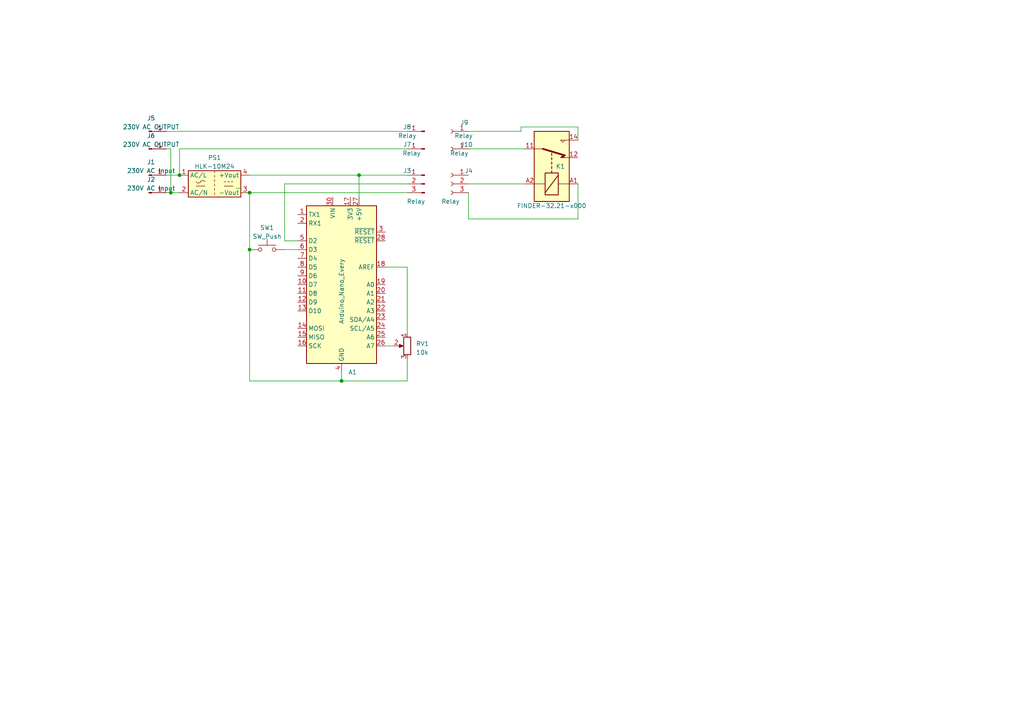
<source format=kicad_sch>
(kicad_sch (version 20230121) (generator eeschema)
  (paper "A4")
  (lib_symbols
    (symbol "Connector:Conn_01x01_Pin" (pin_names (offset 1.016) hide)
      (property "Reference" "J" (at 0 2.54 0))
      (property "Value" "Conn_01x01_Pin" (at 0 -2.54 0))
      (symbol "Conn_01x01_Pin_1_1"
        (polyline (pts (xy 1.27 0) (xy 0.8636 0)) (stroke (width 0.1524)))
        (rectangle (start 0.8636 0.127) (end 0 -0.127) (stroke (width 0.1524)) (fill (type outline)))
        (pin passive line (at 5.08 0 180) (length 3.81) (name "Pin_1") (number "1"))
      )
    )
    (symbol "Connector:Conn_01x01_Socket" (pin_names (offset 1.016) hide)
      (property "Reference" "J" (at 0 2.54 0))
      (property "Value" "Conn_01x01_Socket" (at 0 -2.54 0))
      (symbol "Conn_01x01_Socket_1_1"
        (polyline (pts (xy -1.27 0) (xy -0.508 0)) (stroke (width 0.1524)))
        (arc (start 0 0.508) (mid -0.5058 0) (end 0 -0.508) (stroke (width 0.1524)))
        (pin passive line (at -5.08 0 0) (length 3.81) (name "Pin_1") (number "1"))
      )
    )
    (symbol "Connector:Conn_01x03_Pin" (pin_names (offset 1.016) hide)
      (property "Reference" "J" (at 0 5.08 0))
      (property "Value" "Conn_01x03_Pin" (at 0 -5.08 0))
      (symbol "Conn_01x03_Pin_1_1"
        (polyline (pts (xy 1.27 -2.54) (xy 0.8636 -2.54)) (stroke (width 0.1524)))
        (polyline (pts (xy 1.27 0) (xy 0.8636 0)) (stroke (width 0.1524)))
        (polyline (pts (xy 1.27 2.54) (xy 0.8636 2.54)) (stroke (width 0.1524)))
        (rectangle (start 0.8636 -2.413) (end 0 -2.667) (stroke (width 0.1524)) (fill (type outline)))
        (rectangle (start 0.8636 0.127) (end 0 -0.127) (stroke (width 0.1524)) (fill (type outline)))
        (rectangle (start 0.8636 2.667) (end 0 2.413) (stroke (width 0.1524)) (fill (type outline)))
        (pin passive line (at 5.08 2.54 180) (length 3.81) (name "Pin_1") (number "1"))
        (pin passive line (at 5.08 0 180) (length 3.81) (name "Pin_2") (number "2"))
        (pin passive line (at 5.08 -2.54 180) (length 3.81) (name "Pin_3") (number "3"))
      )
    )
    (symbol "Connector:Conn_01x03_Socket" (pin_names (offset 1.016) hide)
      (property "Reference" "J" (at 0 5.08 0))
      (property "Value" "Conn_01x03_Socket" (at 0 -5.08 0))
      (symbol "Conn_01x03_Socket_1_1"
        (arc (start 0 -2.032) (mid -0.5058 -2.54) (end 0 -3.048) (stroke (width 0.1524)))
        (polyline (pts (xy -1.27 -2.54) (xy -0.508 -2.54)) (stroke (width 0.1524)))
        (polyline (pts (xy -1.27 0) (xy -0.508 0)) (stroke (width 0.1524)))
        (polyline (pts (xy -1.27 2.54) (xy -0.508 2.54)) (stroke (width 0.1524)))
        (arc (start 0 0.508) (mid -0.5058 0) (end 0 -0.508) (stroke (width 0.1524)))
        (arc (start 0 3.048) (mid -0.5058 2.54) (end 0 2.032) (stroke (width 0.1524)))
        (pin passive line (at -5.08 2.54 0) (length 3.81) (name "Pin_1") (number "1"))
        (pin passive line (at -5.08 0 0) (length 3.81) (name "Pin_2") (number "2"))
        (pin passive line (at -5.08 -2.54 0) (length 3.81) (name "Pin_3") (number "3"))
      )
    )
    (symbol "Converter_ACDC:HLK-10M24"
      (property "Reference" "PS" (at 0 5.08 0))
      (property "Value" "HLK-10M24" (at 0 -5.08 0))
      (symbol "HLK-10M24_0_1"
        (rectangle (start -7.62 3.81) (end 7.62 -3.81) (stroke (width 0.254)) (fill (type background)))
        (arc (start -5.334 0.635) (mid -4.699 0.2495) (end -4.064 0.635))
        (arc (start -2.794 0.635) (mid -3.429 1.0072) (end -4.064 0.635))
        (polyline (pts (xy -5.334 -0.635) (xy -2.794 -0.635)))
        (polyline (pts (xy 0 -2.54) (xy 0 -3.175)))
        (polyline (pts (xy 0 -1.27) (xy 0 -1.905)))
        (polyline (pts (xy 0 0) (xy 0 -0.635)))
        (polyline (pts (xy 0 1.27) (xy 0 0.635)))
        (polyline (pts (xy 0 2.54) (xy 0 1.905)))
        (polyline (pts (xy 0 3.81) (xy 0 3.175)))
        (polyline (pts (xy 2.794 -0.635) (xy 5.334 -0.635)))
        (polyline (pts (xy 2.794 0.635) (xy 3.302 0.635)))
        (polyline (pts (xy 3.81 0.635) (xy 4.318 0.635)))
        (polyline (pts (xy 4.826 0.635) (xy 5.334 0.635)))
      )
      (symbol "HLK-10M24_1_1"
        (pin power_in line (at -10.16 2.54 0) (length 2.54) (name "AC/L") (number "1"))
        (pin power_in line (at -10.16 -2.54 0) (length 2.54) (name "AC/N") (number "2"))
        (pin power_out line (at 10.16 -2.54 180) (length 2.54) (name "-Vout") (number "3"))
        (pin power_out line (at 10.16 2.54 180) (length 2.54) (name "+Vout") (number "4"))
      )
    )
    (symbol "Device:R_Potentiometer" (pin_names (offset 1.016) hide)
      (property "Reference" "RV" (at -4.445 0 90))
      (property "Value" "R_Potentiometer" (at -2.54 0 90))
      (symbol "R_Potentiometer_0_1"
        (polyline (pts (xy 2.54 0) (xy 1.524 0)))
        (polyline (pts (xy 1.143 0) (xy 2.286 0.508) (xy 2.286 -0.508) (xy 1.143 0)) (fill (type outline)))
        (rectangle (start 1.016 2.54) (end -1.016 -2.54) (stroke (width 0.254)))
      )
      (symbol "R_Potentiometer_1_1"
        (pin passive line (at 0 3.81 270) (length 1.27) (name "1") (number "1"))
        (pin passive line (at 3.81 0 180) (length 1.27) (name "2") (number "2"))
        (pin passive line (at 0 -3.81 90) (length 1.27) (name "3") (number "3"))
      )
    )
    (symbol "MCU_Module:Arduino_Nano_Every"
      (property "Reference" "A" (at -10.16 23.495 0))
      (property "Value" "Arduino_Nano_Every" (at 5.08 -24.13 0))
      (symbol "Arduino_Nano_Every_0_1"
        (rectangle (start -10.16 22.86) (end 10.16 -22.86) (stroke (width 0.254)) (fill (type background)))
      )
      (symbol "Arduino_Nano_Every_1_1"
        (pin bidirectional line (at -12.7 20.32 0) (length 2.54) (name "TX1") (number "1"))
        (pin bidirectional line (at -12.7 0 0) (length 2.54) (name "D7") (number "10"))
        (pin bidirectional line (at -12.7 -2.54 0) (length 2.54) (name "D8") (number "11"))
        (pin bidirectional line (at -12.7 -5.08 0) (length 2.54) (name "D9") (number "12"))
        (pin bidirectional line (at -12.7 -7.62 0) (length 2.54) (name "D10") (number "13"))
        (pin bidirectional line (at -12.7 -12.7 0) (length 2.54) (name "MOSI") (number "14"))
        (pin bidirectional line (at -12.7 -15.24 0) (length 2.54) (name "MISO") (number "15"))
        (pin bidirectional line (at -12.7 -17.78 0) (length 2.54) (name "SCK") (number "16"))
        (pin power_out line (at 2.54 25.4 270) (length 2.54) (name "3V3") (number "17"))
        (pin input line (at 12.7 5.08 180) (length 2.54) (name "AREF") (number "18"))
        (pin bidirectional line (at 12.7 0 180) (length 2.54) (name "A0") (number "19"))
        (pin bidirectional line (at -12.7 17.78 0) (length 2.54) (name "RX1") (number "2"))
        (pin bidirectional line (at 12.7 -2.54 180) (length 2.54) (name "A1") (number "20"))
        (pin bidirectional line (at 12.7 -5.08 180) (length 2.54) (name "A2") (number "21"))
        (pin bidirectional line (at 12.7 -7.62 180) (length 2.54) (name "A3") (number "22"))
        (pin bidirectional line (at 12.7 -10.16 180) (length 2.54) (name "SDA/A4") (number "23"))
        (pin bidirectional line (at 12.7 -12.7 180) (length 2.54) (name "SCL/A5") (number "24"))
        (pin bidirectional line (at 12.7 -15.24 180) (length 2.54) (name "A6") (number "25"))
        (pin bidirectional line (at 12.7 -17.78 180) (length 2.54) (name "A7") (number "26"))
        (pin power_out line (at 5.08 25.4 270) (length 2.54) (name "+5V") (number "27"))
        (pin input line (at 12.7 12.7 180) (length 2.54) (name "~{RESET}") (number "28"))
        (pin passive line (at 0 -25.4 90) (length 2.54) hide (name "GND") (number "29"))
        (pin input line (at 12.7 15.24 180) (length 2.54) (name "~{RESET}") (number "3"))
        (pin power_in line (at -2.54 25.4 270) (length 2.54) (name "VIN") (number "30"))
        (pin power_in line (at 0 -25.4 90) (length 2.54) (name "GND") (number "4"))
        (pin bidirectional line (at -12.7 12.7 0) (length 2.54) (name "D2") (number "5"))
        (pin bidirectional line (at -12.7 10.16 0) (length 2.54) (name "D3") (number "6"))
        (pin bidirectional line (at -12.7 7.62 0) (length 2.54) (name "D4") (number "7"))
        (pin bidirectional line (at -12.7 5.08 0) (length 2.54) (name "D5") (number "8"))
        (pin bidirectional line (at -12.7 2.54 0) (length 2.54) (name "D6") (number "9"))
      )
    )
    (symbol "Relay:FINDER-32.21-x000"
      (property "Reference" "K" (at 11.43 3.81 0))
      (property "Value" "FINDER-32.21-x000" (at 11.43 1.27 0))
      (symbol "FINDER-32.21-x000_0_0"
        (polyline (pts (xy 2.54 5.08) (xy 2.54 2.54) (xy 3.175 3.175) (xy 2.54 3.81)) (fill (type outline)))
        (polyline (pts (xy 7.62 5.08) (xy 7.62 2.54) (xy 6.985 3.175) (xy 7.62 3.81)))
      )
      (symbol "FINDER-32.21-x000_0_1"
        (rectangle (start -10.16 5.08) (end 10.16 -5.08) (stroke (width 0.254)) (fill (type background)))
        (rectangle (start -8.255 1.905) (end -1.905 -1.905) (stroke (width 0.254)))
        (polyline (pts (xy -7.62 -1.905) (xy -2.54 1.905)) (stroke (width 0.254)))
        (polyline (pts (xy -5.08 -5.08) (xy -5.08 -1.905)))
        (polyline (pts (xy -5.08 5.08) (xy -5.08 1.905)))
        (polyline (pts (xy -1.905 0) (xy -1.27 0)) (stroke (width 0.254)))
        (polyline (pts (xy -0.635 0) (xy 0 0)) (stroke (width 0.254)))
        (polyline (pts (xy 0.635 0) (xy 1.27 0)) (stroke (width 0.254)))
        (polyline (pts (xy 1.905 0) (xy 2.54 0)) (stroke (width 0.254)))
        (polyline (pts (xy 3.175 0) (xy 3.81 0)) (stroke (width 0.254)))
        (polyline (pts (xy 5.08 -2.54) (xy 3.175 3.81)) (stroke (width 0.508)))
        (polyline (pts (xy 5.08 -2.54) (xy 5.08 -5.08)))
      )
      (symbol "FINDER-32.21-x000_1_1"
        (pin passive line (at 5.08 -7.62 90) (length 2.54) (name "~") (number "11"))
        (pin passive line (at 2.54 7.62 270) (length 2.54) (name "~") (number "12"))
        (pin passive line (at 7.62 7.62 270) (length 2.54) (name "~") (number "14"))
        (pin passive line (at -5.08 7.62 270) (length 2.54) (name "~") (number "A1"))
        (pin passive line (at -5.08 -7.62 90) (length 2.54) (name "~") (number "A2"))
      )
    )
    (symbol "Switch:SW_Push" (pin_numbers hide) (pin_names (offset 1.016) hide)
      (property "Reference" "SW" (at 1.27 2.54 0))
      (property "Value" "SW_Push" (at 0 -1.524 0))
      (symbol "SW_Push_0_1"
        (circle (center -2.032 0) (radius 0.508))
        (polyline (pts (xy 0 1.27) (xy 0 3.048)))
        (polyline (pts (xy 2.54 1.27) (xy -2.54 1.27)))
        (circle (center 2.032 0) (radius 0.508))
        (pin passive line (at -5.08 0 0) (length 2.54) (name "1") (number "1"))
        (pin passive line (at 5.08 0 180) (length 2.54) (name "2") (number "2"))
      )
    )
  )
  (junction (at 72.39 55.88))
  (junction (at 99.06 110.49))
  (junction (at 49.53 55.88))
  (junction (at 72.39 72.39))
  (junction (at 104.14 50.8))
  (junction (at 52.07 50.8))
  (wire (pts (xy 72.39 110.49) (xy 99.06 110.49)))
  (wire (pts (xy 49.53 43.18) (xy 49.53 55.88)))
  (wire (pts (xy 68.58 54.61) (xy 69.85 54.61)))
  (wire (pts (xy 135.89 63.5) (xy 167.64 63.5)))
  (wire (pts (xy 104.14 50.8) (xy 104.14 57.15)))
  (wire (pts (xy 151.13 38.1) (xy 151.13 36.83)))
  (wire (pts (xy 99.06 110.49) (xy 118.11 110.49)))
  (wire (pts (xy 48.26 43.18) (xy 49.53 43.18)))
  (wire (pts (xy 52.07 43.18) (xy 52.07 50.8)))
  (wire (pts (xy 82.55 69.85) (xy 86.36 69.85)))
  (wire (pts (xy 135.89 55.88) (xy 135.89 63.5)))
  (wire (pts (xy 48.26 55.88) (xy 49.53 55.88)))
  (wire (pts (xy 118.11 104.14) (xy 118.11 110.49)))
  (wire (pts (xy 48.26 50.8) (xy 52.07 50.8)))
  (wire (pts (xy 99.06 107.95) (xy 99.06 110.49)))
  (wire (pts (xy 72.39 55.88) (xy 118.11 55.88)))
  (wire (pts (xy 104.14 50.8) (xy 118.11 50.8)))
  (wire (pts (xy 48.26 38.1) (xy 118.11 38.1)))
  (wire (pts (xy 49.53 55.88) (xy 52.07 55.88)))
  (wire (pts (xy 82.55 72.39) (xy 86.36 72.39)))
  (wire (pts (xy 118.11 77.47) (xy 118.11 96.52)))
  (wire (pts (xy 52.07 43.18) (xy 118.11 43.18)))
  (wire (pts (xy 135.89 53.34) (xy 152.4 53.34)))
  (wire (pts (xy 72.39 55.88) (xy 72.39 72.39)))
  (wire (pts (xy 135.89 43.18) (xy 152.4 43.18)))
  (wire (pts (xy 118.11 53.34) (xy 82.55 53.34)))
  (wire (pts (xy 167.64 63.5) (xy 167.64 53.34)))
  (wire (pts (xy 135.89 38.1) (xy 151.13 38.1)))
  (wire (pts (xy 151.13 36.83) (xy 167.64 36.83)))
  (wire (pts (xy 111.76 100.33) (xy 114.3 100.33)))
  (wire (pts (xy 72.39 50.8) (xy 104.14 50.8)))
  (wire (pts (xy 72.39 72.39) (xy 72.39 110.49)))
  (wire (pts (xy 82.55 53.34) (xy 82.55 69.85)))
  (wire (pts (xy 111.76 77.47) (xy 118.11 77.47)))
  (wire (pts (xy 167.64 36.83) (xy 167.64 40.64)))
  (symbol (lib_id "Connector:Conn_01x01_Pin") (at 43.18 38.1 0) (unit 1)
    (property "Reference" "J5" (at 43.815 34.29 0))
    (property "Value" "230V AC OUTPUT" (at 43.815 36.83 0))
  )
  (symbol (lib_id "Connector:Conn_01x01_Socket") (at 130.81 38.1 0) (mirror y) (unit 1)
    (property "Reference" "J9" (at 135.89 35.56 0) (effects (justify left)))
    (property "Value" "Relay" (at 137.16 39.37 0) (effects (justify left)))
  )
  (symbol (lib_id "Connector:Conn_01x01_Pin") (at 43.18 50.8 0) (unit 1)
    (property "Reference" "J1" (at 43.815 46.99 0))
    (property "Value" "230V AC Input" (at 43.815 49.53 0))
  )
  (symbol (lib_id "Connector:Conn_01x01_Pin") (at 43.18 55.88 0) (unit 1)
    (property "Reference" "J2" (at 43.815 52.07 0))
    (property "Value" "230V AC Input" (at 43.815 54.61 0))
  )
  (symbol (lib_id "Device:R_Potentiometer") (at 118.11 100.33 0) (mirror y) (unit 1)
    (property "Reference" "RV1" (at 120.65 99.695 0) (effects (justify right)))
    (property "Value" "10k" (at 120.65 102.235 0) (effects (justify right)))
  )
  (symbol (lib_id "Connector:Conn_01x03_Pin") (at 123.19 53.34 0) (mirror y) (unit 1)
    (property "Reference" "J3" (at 118.11 49.53 0))
    (property "Value" "Relay" (at 120.65 58.42 0))
  )
  (symbol (lib_id "Connector:Conn_01x03_Socket") (at 130.81 53.34 0) (mirror y) (unit 1)
    (property "Reference" "J4" (at 137.16 49.53 0) (effects (justify left)))
    (property "Value" "Relay" (at 133.35 58.42 0) (effects (justify left)))
  )
  (symbol (lib_id "Connector:Conn_01x01_Pin") (at 123.19 38.1 180) (unit 1)
    (property "Reference" "J8" (at 118.11 36.83 0))
    (property "Value" "Relay" (at 118.11 39.37 0))
  )
  (symbol (lib_id "Connector:Conn_01x01_Pin") (at 123.19 43.18 180) (unit 1)
    (property "Reference" "J7" (at 118.11 41.91 0))
    (property "Value" "Relay" (at 119.38 44.45 0))
  )
  (symbol (lib_id "Switch:SW_Push") (at 77.47 72.39 0) (unit 1)
    (property "Reference" "SW1" (at 77.47 66.04 0))
    (property "Value" "SW_Push" (at 77.47 68.58 0))
  )
  (symbol (lib_id "Connector:Conn_01x01_Socket") (at 130.81 43.18 0) (mirror y) (unit 1)
    (property "Reference" "J10" (at 137.16 41.91 0) (effects (justify left)))
    (property "Value" "Relay" (at 135.89 44.45 0) (effects (justify left)))
  )
  (symbol (lib_id "MCU_Module:Arduino_Nano_Every") (at 99.06 82.55 0) (unit 1)
    (property "Reference" "A1" (at 101.0159 107.95 0) (effects (justify left)))
    (property "Value" "Arduino_Nano_Every" (at 99.06 93.98 90) (effects (justify left)))
    (property "Footprint" "Module:Arduino_Nano" (effects hide))
    (property "Datasheet" "https://content.arduino.cc/assets/NANOEveryV3.0_sch.pdf" (effects hide))
  )
  (symbol (lib_id "Converter_ACDC:HLK-10M24") (at 62.23 53.34 0) (unit 1)
    (property "Reference" "PS1" (at 62.23 45.72 0))
    (property "Value" "HLK-10M24" (at 62.23 48.26 0))
    (property "Footprint" "Converter_ACDC:Converter_ACDC_HiLink_HLK-10Mxx" (effects hide))
    (property "Datasheet" "http://h.hlktech.com/download/ACDC%E7%94%B5%E6%BA%90%E6%A8%A1%E5%9D%9710W%E7%B3%BB%E5%88%97/1/%E6%B5%B7%E5%87%8C%E7%A7%9110W%E7%B3%BB%E5%88%97%E7%94%B5%E6%BA%90%E6%A8%A1%E5%9D%97%E8%A7%84%E6%A0%BC%E4%B9%A6V1.8.pdf" (effects hide))
  )
  (symbol (lib_id "Relay:FINDER-32.21-x000") (at 160.02 48.26 270) (mirror x) (unit 1)
    (property "Reference" "K1" (at 162.56 48.26 90))
    (property "Value" "FINDER-32.21-x000" (at 160.02 59.69 90))
    (property "Footprint" "Relay_THT:Relay_SPDT_Finder_32.21-x000" (effects hide))
    (property "Datasheet" "https://gfinder.findernet.com/assets/Series/355/S32EN.pdf" (effects hide))
  )
  (symbol (lib_id "Connector:Conn_01x01_Pin") (at 43.18 43.18 0) (unit 1)
    (property "Reference" "J6" (at 43.815 39.37 0))
    (property "Value" "230V AC OUTPUT" (at 43.815 41.91 0))
  )
)
</source>
